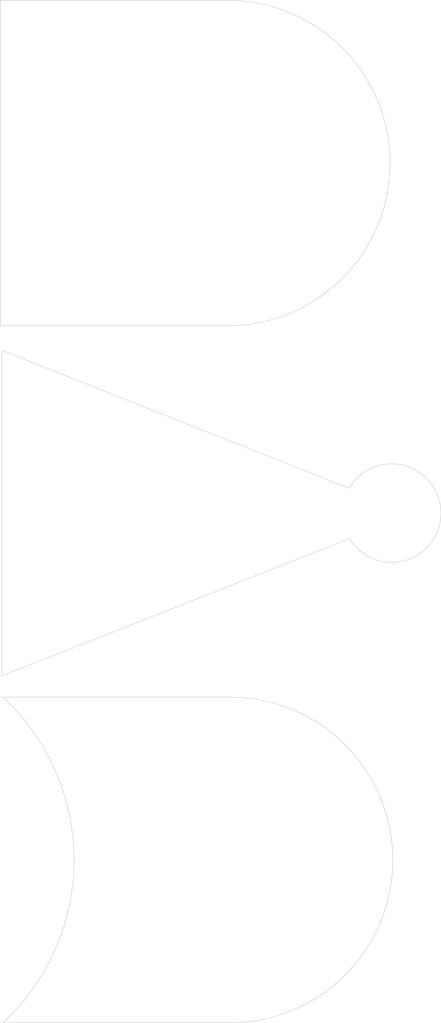
<source format=kicad_pcb>
(kicad_pcb
	(version 20241229)
	(generator "pcbnew")
	(generator_version "9.0")
	(general
		(thickness 1.6)
		(legacy_teardrops no)
	)
	(paper "A4")
	(layers
		(0 "F.Cu" signal)
		(2 "B.Cu" signal)
		(9 "F.Adhes" user "F.Adhesive")
		(11 "B.Adhes" user "B.Adhesive")
		(13 "F.Paste" user)
		(15 "B.Paste" user)
		(5 "F.SilkS" user "F.Silkscreen")
		(7 "B.SilkS" user "B.Silkscreen")
		(1 "F.Mask" user)
		(3 "B.Mask" user)
		(17 "Dwgs.User" user "User.Drawings")
		(19 "Cmts.User" user "User.Comments")
		(21 "Eco1.User" user "User.Eco1")
		(23 "Eco2.User" user "User.Eco2")
		(25 "Edge.Cuts" user)
		(27 "Margin" user)
		(31 "F.CrtYd" user "F.Courtyard")
		(29 "B.CrtYd" user "B.Courtyard")
		(35 "F.Fab" user)
		(33 "B.Fab" user)
		(39 "User.1" user)
		(41 "User.2" user)
		(43 "User.3" user)
		(45 "User.4" user)
	)
	(setup
		(pad_to_mask_clearance 0)
		(allow_soldermask_bridges_in_footprints no)
		(tenting front back)
		(pcbplotparams
			(layerselection 0x00000000_00000000_55555555_5755f5ff)
			(plot_on_all_layers_selection 0x00000000_00000000_00000000_00000000)
			(disableapertmacros no)
			(usegerberextensions no)
			(usegerberattributes yes)
			(usegerberadvancedattributes yes)
			(creategerberjobfile yes)
			(dashed_line_dash_ratio 12.000000)
			(dashed_line_gap_ratio 3.000000)
			(svgprecision 4)
			(plotframeref no)
			(mode 1)
			(useauxorigin no)
			(hpglpennumber 1)
			(hpglpenspeed 20)
			(hpglpendiameter 15.000000)
			(pdf_front_fp_property_popups yes)
			(pdf_back_fp_property_popups yes)
			(pdf_metadata yes)
			(pdf_single_document no)
			(dxfpolygonmode yes)
			(dxfimperialunits yes)
			(dxfusepcbnewfont yes)
			(psnegative no)
			(psa4output no)
			(plot_black_and_white yes)
			(sketchpadsonfab no)
			(plotpadnumbers no)
			(hidednponfab no)
			(sketchdnponfab yes)
			(crossoutdnponfab yes)
			(subtractmaskfromsilk no)
			(outputformat 1)
			(mirror no)
			(drillshape 1)
			(scaleselection 1)
			(outputdirectory "")
		)
	)
	(net 0 "")
	(gr_line
		(start 83.62784 71.605665)
		(end 83.62784 99.605665)
		(stroke
			(width 0.05)
			(type default)
		)
		(layer "Edge.Cuts")
		(uuid "1fdc33fa-e92f-480f-b533-6c26ca048423")
	)
	(gr_line
		(start 83.5 69.5)
		(end 103 69.5)
		(stroke
			(width 0.05)
			(type default)
		)
		(layer "Edge.Cuts")
		(uuid "20a54a54-7de4-413f-82df-468cb0779c65")
	)
	(gr_line
		(start 103.23 101.44)
		(end 83.73 101.44)
		(stroke
			(width 0.05)
			(type default)
		)
		(layer "Edge.Cuts")
		(uuid "36b84f57-67b9-4672-8f2e-44abaa3930fa")
	)
	(gr_arc
		(start 83.73 101.440002)
		(mid 89.834972 115.44)
		(end 83.73 129.439999)
		(stroke
			(width 0.05)
			(type default)
		)
		(layer "Edge.Cuts")
		(uuid "4e91322c-60e6-4c56-afdb-7da45df25ad8")
	)
	(gr_line
		(start 103 41.5)
		(end 83.5 41.5)
		(stroke
			(width 0.05)
			(type default)
		)
		(layer "Edge.Cuts")
		(uuid "540b83bf-067e-416f-a5f2-4df621c4b418")
	)
	(gr_arc
		(start 103 41.5)
		(mid 117 55.5)
		(end 103 69.5)
		(stroke
			(width 0.05)
			(type default)
		)
		(layer "Edge.Cuts")
		(uuid "840cd5c3-7294-4236-9414-cd3793ff2490")
	)
	(gr_arc
		(start 113.47 83.47)
		(mid 121.363342 85.56847)
		(end 113.508071 87.805239)
		(stroke
			(width 0.05)
			(type default)
		)
		(layer "Edge.Cuts")
		(uuid "9607e0b7-4fb7-4598-a3d5-e4e2f18b11b2")
	)
	(gr_line
		(start 83.62784 99.605665)
		(end 113.508071 87.805229)
		(stroke
			(width 0.05)
			(type default)
		)
		(layer "Edge.Cuts")
		(uuid "9baabca1-10cd-4c97-8642-2a05bebef9c6")
	)
	(gr_line
		(start 113.470001 83.47)
		(end 83.62784 71.605665)
		(stroke
			(width 0.05)
			(type default)
		)
		(layer "Edge.Cuts")
		(uuid "bd7b3648-75a7-43e4-8cce-2b8289ce0e89")
	)
	(gr_line
		(start 103.23 129.44)
		(end 83.73 129.44)
		(stroke
			(width 0.05)
			(type default)
		)
		(layer "Edge.Cuts")
		(uuid "da1caf29-ef39-46a4-bc4a-eb568fff0e47")
	)
	(gr_line
		(start 83.5 41.5)
		(end 83.5 69.5)
		(stroke
			(width 0.05)
			(type default)
		)
		(layer "Edge.Cuts")
		(uuid "f1016c99-2b70-424c-b270-01415ec4e136")
	)
	(gr_arc
		(start 103.23 101.44)
		(mid 117.23 115.44)
		(end 103.23 129.44)
		(stroke
			(width 0.05)
			(type default)
		)
		(layer "Edge.Cuts")
		(uuid "fa16a5a0-7dfa-4ee4-b918-96771f4bec34")
	)
	(group ""
		(uuid "37c09bb3-4066-46b2-b053-8eeb8ef1c491")
		(members "20a54a54-7de4-413f-82df-468cb0779c65" "540b83bf-067e-416f-a5f2-4df621c4b418"
			"840cd5c3-7294-4236-9414-cd3793ff2490" "f1016c99-2b70-424c-b270-01415ec4e136"
		)
	)
	(group ""
		(uuid "cef52932-c523-4ed6-a83b-797ca8f4c27a")
		(members "36b84f57-67b9-4672-8f2e-44abaa3930fa" "4e91322c-60e6-4c56-afdb-7da45df25ad8"
			"da1caf29-ef39-46a4-bc4a-eb568fff0e47" "fa16a5a0-7dfa-4ee4-b918-96771f4bec34"
		)
	)
	(embedded_fonts no)
)

</source>
